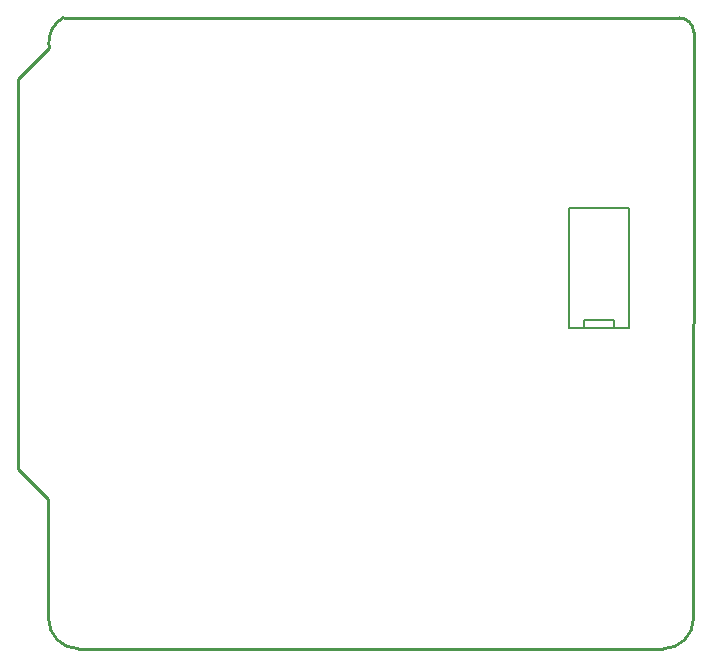
<source format=gm1>
G04*
G04 #@! TF.GenerationSoftware,Altium Limited,Altium Designer,21.3.2 (30)*
G04*
G04 Layer_Color=16711935*
%FSTAX24Y24*%
%MOIN*%
G70*
G04*
G04 #@! TF.SameCoordinates,A58ECD2F-0E49-4CC9-AAE6-1995A15C2F52*
G04*
G04*
G04 #@! TF.FilePolarity,Positive*
G04*
G01*
G75*
%ADD11C,0.0100*%
%ADD12C,0.0080*%
D11*
X057504Y040351D02*
G03*
X057031Y040824I-000472J0D01*
G01*
X0565Y0198D02*
G03*
X0575Y0208I0J001D01*
G01*
X036D02*
G03*
X037Y0198I001J0D01*
G01*
X036489Y040834D02*
G03*
X036011Y039918I000487J-000837D01*
G01*
X036008Y039808D02*
Y03991D01*
X037Y0198D02*
X0565D01*
X0575Y0208D02*
X057504Y040351D01*
X03652Y040824D02*
X057071D01*
X036Y0208D02*
Y0248D01*
X035Y0258D02*
X036Y0248D01*
X035Y0258D02*
Y0388D01*
X036008Y039808D01*
D12*
X05335Y0305D02*
X05535D01*
Y0345D01*
X05335D02*
X05535D01*
X05335Y0305D02*
Y0345D01*
X05485Y0305D02*
Y03075D01*
X05385D02*
X05485D01*
X05385Y0305D02*
Y03075D01*
M02*

</source>
